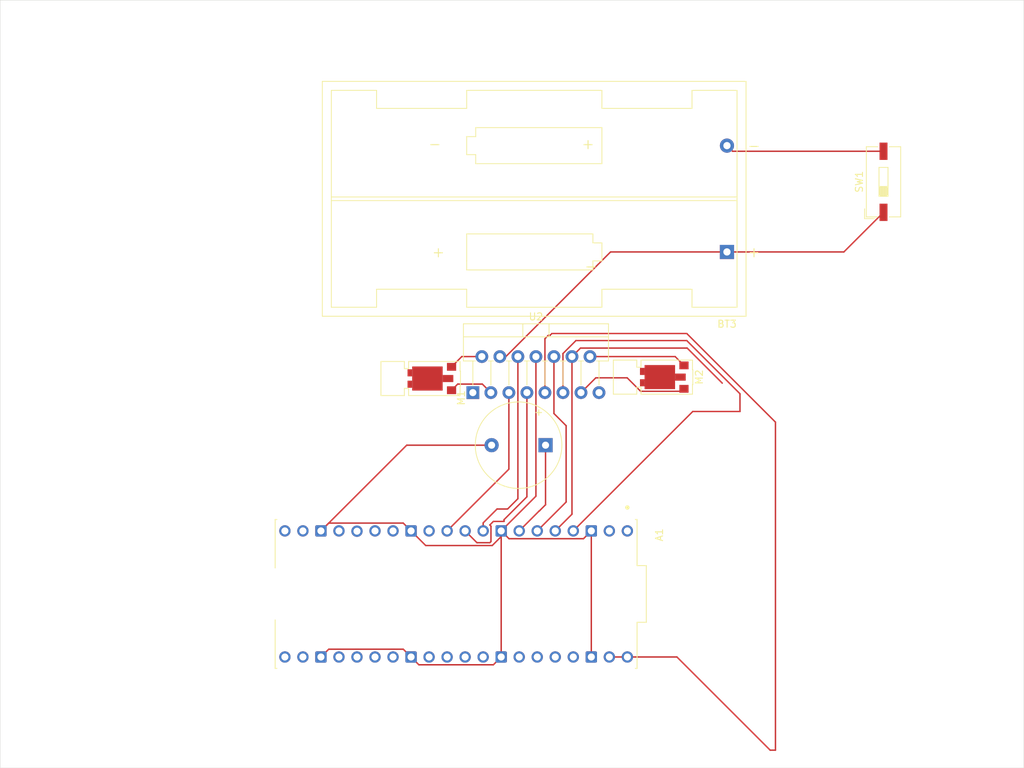
<source format=kicad_pcb>
(kicad_pcb (version 20240108) (generator "pcbnew") (generator_version "8.0")
  (layers (0 "F.Cu" signal) (31 "B.Cu" signal) (34 "B.Paste" user) (35 "F.Paste" user) (36 "B.SilkS" user "B.Silkscreen") (37 "F.SilkS" user "F.Silkscreen") (38 "B.Mask" user) (39 "F.Mask" user) (44 "Edge.Cuts" user))
  (net 0 "")
  (net 1 "GND")
  (net 2 "Net-(A1-VSYS)")
  (net 3 "Net-(A1-GP8)")
  (net 6 "Net-(A1-GP2)")
  (net 9 "Net-(A1-GP7)")
  (net 19 "Net-(A1-GP6)")
  (net 22 "Net-(A1-GP5)")
  (net 26 "Net-(A1-GP4)")
  (net 30 "Net-(A1-GP3)")
  (net 34 "Net-(M1-+)")
  (net 35 "Net-(M1--)")
  (net 36 "Net-(M2--)")
  (net 37 "Net-(M2-+)")
  (net 40 "Net-(BT3-+)")
  (net 41 "Net-(BT3--)")
  (footprint "Package_TO_SOT_THT:TO-220-15_P2.54x2.54mm_StaggerOdd_Lead4.58mm_Vertical" (layer "F.Cu") (at 89.855 73.085)
    (property "Reference" "U2" (at 8.89 -10.7 360) (layer "F.SilkS"))
    (property "Value" "L298N")
    (fp_line (start -1.33 -9.7) (end -1.33 -4.459) (stroke (width 0.12)) (layer "F.SilkS"))
    (fp_line (start -1.33 -9.7) (end 19.11 -9.7) (stroke (width 0.12)) (layer "F.SilkS"))
    (fp_line (start -1.33 -7.86) (end 19.11 -7.86) (stroke (width 0.12)) (layer "F.SilkS"))
    (fp_line (start -1.33 -4.459) (end 0.346 -4.459) (stroke (width 0.12)) (layer "F.SilkS"))
    (fp_line (start 0 -4.459) (end 0 -1.05) (stroke (width 0.12)) (layer "F.SilkS"))
    (fp_line (start 2.195 -4.459) (end 2.886 -4.459) (stroke (width 0.12)) (layer "F.SilkS"))
    (fp_line (start 2.54 -4.459) (end 2.54 -1.065) (stroke (width 0.12)) (layer "F.SilkS"))
    (fp_line (start 4.735 -4.459) (end 5.426 -4.459) (stroke (width 0.12)) (layer "F.SilkS"))
    (fp_line (start 5.08 -4.459) (end 5.08 -1.065) (stroke (width 0.12)) (layer "F.SilkS"))
    (fp_line (start 7.041 -9.7) (end 7.041 -7.86) (stroke (width 0.12)) (layer "F.SilkS"))
    (fp_line (start 7.275 -4.459) (end 7.966 -4.459) (stroke (width 0.12)) (layer "F.SilkS"))
    (fp_line (start 7.62 -4.459) (end 7.62 -1.065) (stroke (width 0.12)) (layer "F.SilkS"))
    (fp_line (start 9.815 -4.459) (end 10.506 -4.459) (stroke (width 0.12)) (layer "F.SilkS"))
    (fp_line (start 10.16 -4.459) (end 10.16 -1.065) (stroke (width 0.12)) (layer "F.SilkS"))
    (fp_line (start 10.74 -9.7) (end 10.74 -7.86) (stroke (width 0.12)) (layer "F.SilkS"))
    (fp_line (start 12.355 -4.459) (end 13.046 -4.459) (stroke (width 0.12)) (layer "F.SilkS"))
    (fp_line (start 12.7 -4.459) (end 12.7 -1.065) (stroke (width 0.12)) (layer "F.SilkS"))
    (fp_line (start 14.895 -4.459) (end 15.586 -4.459) (stroke (width 0.12)) (layer "F.SilkS"))
    (fp_line (start 15.24 -4.459) (end 15.24 -1.065) (stroke (width 0.12)) (layer "F.SilkS"))
    (fp_line (start 17.435 -4.459) (end 19.11 -4.459) (stroke (width 0.12)) (layer "F.SilkS"))
    (fp_line (start 17.78 -4.459) (end 17.78 -1.065) (stroke (width 0.12)) (layer "F.SilkS"))
    (fp_line (start 19.11 -9.7) (end 19.11 -4.459) (stroke (width 0.12)) (layer "F.SilkS"))
    (pad "1" thru_hole rect (at 0 0) (size 1.8 1.8) (drill 1) (layers "*.Cu" "*.Mask"))
    (pad "2" thru_hole oval (at 1.27 -5.08) (size 1.8 1.8) (drill 1) (layers "*.Cu" "*.Mask") (net 34 "Net-(M1-+)"))
    (pad "3" thru_hole oval (at 2.54 0) (size 1.8 1.8) (drill 1) (layers "*.Cu" "*.Mask") (net 35 "Net-(M1--)"))
    (pad "4" thru_hole oval (at 3.81 -5.08) (size 1.8 1.8) (drill 1) (layers "*.Cu" "*.Mask") (net 40 "Net-(BT3-+)"))
    (pad "5" thru_hole oval (at 5.08 0) (size 1.8 1.8) (drill 1) (layers "*.Cu" "*.Mask") (net 3 "Net-(A1-GP8)"))
    (pad "6" thru_hole oval (at 6.35 -5.08) (size 1.8 1.8) (drill 1) (layers "*.Cu" "*.Mask") (net 19 "Net-(A1-GP6)"))
    (pad "7" thru_hole oval (at 7.62 0) (size 1.8 1.8) (drill 1) (layers "*.Cu" "*.Mask") (net 9 "Net-(A1-GP7)"))
    (pad "8" thru_hole oval (at 8.89 -5.08) (size 1.8 1.8) (drill 1) (layers "*.Cu" "*.Mask") (net 1 "GND"))
    (pad "9" thru_hole oval (at 10.16 0) (size 1.8 1.8) (drill 1) (layers "*.Cu" "*.Mask") (net 2 "Net-(A1-VSYS)"))
    (pad "10" thru_hole oval (at 11.43 -5.08) (size 1.8 1.8) (drill 1) (layers "*.Cu" "*.Mask") (net 26 "Net-(A1-GP4)"))
    (pad "11" thru_hole oval (at 12.7 0) (size 1.8 1.8) (drill 1) (layers "*.Cu" "*.Mask") (net 6 "Net-(A1-GP2)"))
    (pad "12" thru_hole oval (at 13.97 -5.08) (size 1.8 1.8) (drill 1) (layers "*.Cu" "*.Mask") (net 30 "Net-(A1-GP3)"))
    (pad "13" thru_hole oval (at 15.24 0) (size 1.8 1.8) (drill 1) (layers "*.Cu" "*.Mask") (net 36 "Net-(M2--)"))
    (pad "14" thru_hole oval (at 16.51 -5.08) (size 1.8 1.8) (drill 1) (layers "*.Cu" "*.Mask") (net 37 "Net-(M2-+)"))
    (pad "15" thru_hole oval (at 17.78 0) (size 1.8 1.8) (drill 1) (layers "*.Cu" "*.Mask"))
  )
  (footprint "Motors:Vybronics_VZ30C1T8219732L" (layer "F.Cu") (at 82.505 71.1 -90)
    (property "Reference" "M1" (at 2.735 -5.72 90) (layer "F.SilkS"))
    (property "Value" "Motor_DC")
    (fp_line (start -2.4 5.6) (end -2.4 2.3) (stroke (width 0.12)) (layer "F.SilkS"))
    (fp_line (start 2.4 5.6) (end -2.4 5.6) (stroke (width 0.12)) (layer "F.SilkS"))
    (fp_line (start -2.4 2.3) (end -1.4 2.3) (stroke (width 0.12)) (layer "F.SilkS"))
    (fp_line (start -1.4 2.3) (end -1.4 1.7) (stroke (width 0.12)) (layer "F.SilkS"))
    (fp_line (start 1.4 2.3) (end 2.4 2.3) (stroke (width 0.12)) (layer "F.SilkS"))
    (fp_line (start 2.4 2.3) (end 2.4 5.6) (stroke (width 0.12)) (layer "F.SilkS"))
    (fp_line (start -2.4 1.7) (end -2.4 -5.2) (stroke (width 0.12)) (layer "F.SilkS"))
    (fp_line (start -1.4 1.7) (end -2.4 1.7) (stroke (width 0.12)) (layer "F.SilkS"))
    (fp_line (start 1.4 1.7) (end 1.4 2.3) (stroke (width 0.12)) (layer "F.SilkS"))
    (fp_line (start 2.4 1.7) (end 1.4 1.7) (stroke (width 0.12)) (layer "F.SilkS"))
    (fp_line (start -2.4 -5.2) (end -2.4 -5.55) (stroke (width 0.12)) (layer "F.SilkS"))
    (fp_line (start 2.4 -5.2) (end 2.4 1.7) (stroke (width 0.12)) (layer "F.SilkS"))
    (fp_line (start -2.4 -5.55) (end -1.05 -5.55) (stroke (width 0.12)) (layer "F.SilkS"))
    (fp_line (start -1.05 -5.55) (end -1.05 -5.6) (stroke (width 0.12)) (layer "F.SilkS"))
    (fp_line (start 1.05 -5.55) (end 2.4 -5.55) (stroke (width 0.12)) (layer "F.SilkS"))
    (fp_line (start 2.4 -5.55) (end 2.4 -5.2) (stroke (width 0.12)) (layer "F.SilkS"))
    (fp_line (start -1.05 -5.6) (end 1.05 -5.6) (stroke (width 0.12)) (layer "F.SilkS"))
    (fp_line (start 1.05 -5.6) (end 1.05 -5.55) (stroke (width 0.12)) (layer "F.SilkS"))
    (pad "1" smd rect (at -1.65 -4.35 180) (size 1.3 1.1) (layers "F.Cu" "F.Paste" "F.Mask") (net 34 "Net-(M1-+)"))
    (pad "2" smd rect (at 1.65 -4.35 180) (size 1.3 1.1) (layers "F.Cu" "F.Paste" "F.Mask") (net 35 "Net-(M1--)"))
    (pad "SH" smd rect (at -0.8 1.525 270) (size 1 0.65) (layers "F.Cu" "F.Paste" "F.Mask"))
    (pad "SH" smd rect (at 0 -3.85 180) (size 1.5 1) (layers "F.Cu" "F.Paste" "F.Mask"))
    (pad "SH" smd rect (at 0 -0.95 180) (size 4.3 3.4) (layers "F.Cu" "F.Mask"))
    (pad "SH" smd rect (at 0.8 1.525 270) (size 1 0.65) (layers "F.Cu" "F.Paste" "F.Mask"))
  )
  (footprint "Buzzer_Beeper:Buzzer_12x9.5RM7.6" (layer "F.Cu") (at 100.1 80.5 180)
    (property "Reference" "BZ1" (hide yes))
    (property "Value" "Buzzer")
    (fp_circle (center 3.8 0) (end 9.9 0) (stroke (width 0.12)) (fill none) (layer "F.SilkS"))
    (fp_text user "+" (at 0.95 4.68 180) (layer "F.SilkS"))
    (pad "1" thru_hole rect (at 0 0 180) (size 2 2) (drill 1) (layers "*.Cu" "*.Mask") (net 22 "Net-(A1-GP5)"))
    (pad "2" thru_hole circle (at 7.6 0 180) (size 2 2) (drill 1) (layers "*.Cu" "*.Mask") (net 1 "GND"))
  )
  (footprint "Motors:Vybronics_VZ30C1T8219732L" (layer "F.Cu") (at 115.255 70.9 -90)
    (property "Reference" "M2" (at 0 -6.5 90) (layer "F.SilkS"))
    (property "Value" "Motor_DC")
    (fp_line (start -2.4 5.6) (end -2.4 2.3) (stroke (width 0.12)) (layer "F.SilkS"))
    (fp_line (start 2.4 5.6) (end -2.4 5.6) (stroke (width 0.12)) (layer "F.SilkS"))
    (fp_line (start -2.4 2.3) (end -1.4 2.3) (stroke (width 0.12)) (layer "F.SilkS"))
    (fp_line (start -1.4 2.3) (end -1.4 1.7) (stroke (width 0.12)) (layer "F.SilkS"))
    (fp_line (start 1.4 2.3) (end 2.4 2.3) (stroke (width 0.12)) (layer "F.SilkS"))
    (fp_line (start 2.4 2.3) (end 2.4 5.6) (stroke (width 0.12)) (layer "F.SilkS"))
    (fp_line (start -2.4 1.7) (end -2.4 -5.2) (stroke (width 0.12)) (layer "F.SilkS"))
    (fp_line (start -1.4 1.7) (end -2.4 1.7) (stroke (width 0.12)) (layer "F.SilkS"))
    (fp_line (start 1.4 1.7) (end 1.4 2.3) (stroke (width 0.12)) (layer "F.SilkS"))
    (fp_line (start 2.4 1.7) (end 1.4 1.7) (stroke (width 0.12)) (layer "F.SilkS"))
    (fp_line (start -2.4 -5.2) (end -2.4 -5.55) (stroke (width 0.12)) (layer "F.SilkS"))
    (fp_line (start 2.4 -5.2) (end 2.4 1.7) (stroke (width 0.12)) (layer "F.SilkS"))
    (fp_line (start -2.4 -5.55) (end -1.05 -5.55) (stroke (width 0.12)) (layer "F.SilkS"))
    (fp_line (start -1.05 -5.55) (end -1.05 -5.6) (stroke (width 0.12)) (layer "F.SilkS"))
    (fp_line (start 1.05 -5.55) (end 2.4 -5.55) (stroke (width 0.12)) (layer "F.SilkS"))
    (fp_line (start 2.4 -5.55) (end 2.4 -5.2) (stroke (width 0.12)) (layer "F.SilkS"))
    (fp_line (start -1.05 -5.6) (end 1.05 -5.6) (stroke (width 0.12)) (layer "F.SilkS"))
    (fp_line (start 1.05 -5.6) (end 1.05 -5.55) (stroke (width 0.12)) (layer "F.SilkS"))
    (pad "1" smd rect (at -1.65 -4.35 180) (size 1.3 1.1) (layers "F.Cu" "F.Paste" "F.Mask") (net 37 "Net-(M2-+)"))
    (pad "2" smd rect (at 1.65 -4.35 180) (size 1.3 1.1) (layers "F.Cu" "F.Paste" "F.Mask") (net 36 "Net-(M2--)"))
    (pad "SH" smd rect (at -0.8 1.525 270) (size 1 0.65) (layers "F.Cu" "F.Paste" "F.Mask"))
    (pad "SH" smd rect (at 0 -3.85 180) (size 1.5 1) (layers "F.Cu" "F.Paste" "F.Mask"))
    (pad "SH" smd rect (at 0 -0.95 180) (size 4.3 3.4) (layers "F.Cu" "F.Mask"))
    (pad "SH" smd rect (at 0.8 1.525 270) (size 1 0.65) (layers "F.Cu" "F.Paste" "F.Mask"))
  )
  (footprint "Battery:BatteryHolder_Keystone_2462_2xAA" (layer "F.Cu") (at 125.665 53.25 180)
    (property "Reference" "BT3" (at 0 -10.16 180) (layer "F.SilkS"))
    (property "Value" "Battery")
    (fp_line (start 57.02 24.055) (end 57.02 -9.065) (stroke (width 0.12)) (layer "F.SilkS"))
    (fp_line (start 57.02 -9.065) (end -2.69 -9.065) (stroke (width 0.12)) (layer "F.SilkS"))
    (fp_line (start 55.75 22.785) (end 49.375 22.785) (stroke (width 0.12)) (layer "F.SilkS"))
    (fp_line (start 55.75 7.749) (end -1.42 7.749) (stroke (width 0.12)) (layer "F.SilkS"))
    (fp_line (start 55.75 -7.795) (end 55.75 22.785) (stroke (width 0.12)) (layer "F.SilkS"))
    (fp_line (start 55.75 -7.795) (end 49.375 -7.795) (stroke (width 0.12)) (layer "F.SilkS"))
    (fp_line (start 49.375 22.785) (end 49.375 20.245) (stroke (width 0.12)) (layer "F.SilkS"))
    (fp_line (start 49.375 20.245) (end 36.675 20.245) (stroke (width 0.12)) (layer "F.SilkS"))
    (fp_line (start 49.375 -5.255) (end 36.675 -5.255) (stroke (width 0.12)) (layer "F.SilkS"))
    (fp_line (start 49.375 -7.795) (end 49.375 -5.255) (stroke (width 0.12)) (layer "F.SilkS"))
    (fp_line (start 36.675 22.785) (end 36.675 20.245) (stroke (width 0.12)) (layer "F.SilkS"))
    (fp_line (start 36.675 16.26) (end 35.405 16.26) (stroke (width 0.12)) (layer "F.SilkS"))
    (fp_line (start 36.675 13.72) (end 36.675 16.26) (stroke (width 0.12)) (layer "F.SilkS"))
    (fp_line (start 36.675 2.54) (end 18.895 2.54) (stroke (width 0.12)) (layer "F.SilkS"))
    (fp_line (start 36.675 -1.27) (end 36.675 2.54) (stroke (width 0.12)) (layer "F.SilkS"))
    (fp_line (start 36.675 -2.54) (end 36.675 -1.27) (stroke (width 0.12)) (layer "F.SilkS"))
    (fp_line (start 36.675 -5.255) (end 36.675 -7.795) (stroke (width 0.12)) (layer "F.SilkS"))
    (fp_line (start 36.675 -7.795) (end 17.625 -7.795) (stroke (width 0.12)) (layer "F.SilkS"))
    (fp_line (start 35.405 17.53) (end 17.625 17.53) (stroke (width 0.12)) (layer "F.SilkS"))
    (fp_line (start 35.405 16.26) (end 35.405 17.53) (stroke (width 0.12)) (layer "F.SilkS"))
    (fp_line (start 35.405 13.72) (end 36.675 13.72) (stroke (width 0.12)) (layer "F.SilkS"))
    (fp_line (start 35.405 12.45) (end 35.405 13.72) (stroke (width 0.12)) (layer "F.SilkS"))
    (fp_line (start 18.895 2.54) (end 18.895 1.27) (stroke (width 0.12)) (layer "F.SilkS"))
    (fp_line (start 18.895 1.27) (end 17.625 1.27) (stroke (width 0.12)) (layer "F.SilkS"))
    (fp_line (start 18.895 -1.27) (end 18.895 -2.54) (stroke (width 0.12)) (layer "F.SilkS"))
    (fp_line (start 18.895 -2.54) (end 36.675 -2.54) (stroke (width 0.12)) (layer "F.SilkS"))
    (fp_line (start 17.625 22.785) (end 36.675 22.785) (stroke (width 0.12)) (layer "F.SilkS"))
    (fp_line (start 17.625 20.245) (end 17.625 22.785) (stroke (width 0.12)) (layer "F.SilkS"))
    (fp_line (start 17.625 17.53) (end 17.625 12.45) (stroke (width 0.12)) (layer "F.SilkS"))
    (fp_line (start 17.625 12.45) (end 35.405 12.45) (stroke (width 0.12)) (layer "F.SilkS"))
    (fp_line (start 17.625 1.27) (end 17.625 -1.27) (stroke (width 0.12)) (layer "F.SilkS"))
    (fp_line (start 17.625 -1.27) (end 18.895 -1.27) (stroke (width 0.12)) (layer "F.SilkS"))
    (fp_line (start 17.625 -7.795) (end 17.625 -5.255) (stroke (width 0.12)) (layer "F.SilkS"))
    (fp_line (start 4.925 22.785) (end 4.925 20.245) (stroke (width 0.12)) (layer "F.SilkS"))
    (fp_line (start 4.925 20.245) (end 17.625 20.245) (stroke (width 0.12)) (layer "F.SilkS"))
    (fp_line (start 4.925 -5.255) (end 17.625 -5.255) (stroke (width 0.12)) (layer "F.SilkS"))
    (fp_line (start 4.925 -5.255) (end 4.925 -7.795) (stroke (width 0.12)) (layer "F.SilkS"))
    (fp_line (start 4.925 -7.795) (end -1.42 -7.795) (stroke (width 0.12)) (layer "F.SilkS"))
    (fp_line (start -1.42 22.785) (end 4.925 22.785) (stroke (width 0.12)) (layer "F.SilkS"))
    (fp_line (start -1.42 7.241) (end 55.75 7.241) (stroke (width 0.12)) (layer "F.SilkS"))
    (fp_line (start -1.42 -7.795) (end -1.42 22.785) (stroke (width 0.12)) (layer "F.SilkS"))
    (fp_line (start -2.69 24.055) (end 57.02 24.055) (stroke (width 0.12)) (layer "F.SilkS"))
    (fp_line (start -2.69 -9.065) (end -2.69 24.055) (stroke (width 0.12)) (layer "F.SilkS"))
    (fp_text user "-" (at 41.165 15.245 180) (layer "F.SilkS") (effects (font (size 1.5 1.5))))
    (fp_text user "-" (at 19.165 -2.005 180) (layer "F.SilkS") (effects (font (size 1.5 1.5))))
    (fp_text user "+" (at 40.665 -0.005 180) (layer "F.SilkS") (effects (font (size 1.5 1.5))))
    (fp_text user "-" (at -3.81 14.99 180) (layer "F.SilkS") (effects (font (size 1.5 1.5))))
    (fp_text user "+" (at -3.81 0 180) (layer "F.SilkS") (effects (font (size 1.5 1.5))))
    (fp_text user "+" (at 19.575 15.245 180) (layer "F.SilkS") (effects (font (size 1.5 1.5))))
    (pad "" np_thru_hole circle (at 27.165 0 180) (size 3.3 3.3) (drill 3.3) (layers "*.Cu" "*.Mask"))
    (pad "" np_thru_hole circle (at 27.165 14.99 180) (size 3.3 3.3) (drill 3.3) (layers "*.Cu" "*.Mask"))
    (pad "1" thru_hole rect (at 0 0 180) (size 2 2) (drill 1.02) (layers "*.Cu" "*.Mask") (net 40 "Net-(BT3-+)"))
    (pad "2" thru_hole circle (at 0 14.99 180) (size 2 2) (drill 1.02) (layers "*.Cu" "*.Mask") (net 41 "Net-(BT3--)"))
  )
  (footprint "Button_Switch_SMD:SW_DIP_SPSTx01_Slide_9.78x4.72mm_W8.61mm_P2.54mm" (layer "F.Cu") (at 147.725 43.36 90)
    (property "Reference" "SW1" (at 0 -3.42 -90) (layer "F.SilkS"))
    (property "Value" "SW_SPST")
    (fp_line (start -5.19 -2.66) (end -3.806 -2.66) (stroke (width 0.12)) (layer "F.SilkS"))
    (fp_line (start -5.19 -2.66) (end -5.19 -1.277) (stroke (width 0.12)) (layer "F.SilkS"))
    (fp_line (start 4.95 -2.42) (end 4.95 -0.8) (stroke (width 0.12)) (layer "F.SilkS"))
    (fp_line (start -4.95 -2.42) (end 4.95 -2.42) (stroke (width 0.12)) (layer "F.SilkS"))
    (fp_line (start -4.95 -2.42) (end -4.95 -0.8) (stroke (width 0.12)) (layer "F.SilkS"))
    (fp_line (start 2.03 -0.635) (end -2.03 -0.635) (stroke (width 0.12)) (layer "F.SilkS"))
    (fp_line (start -0.676667 -0.635) (end -0.676667 0.635) (stroke (width 0.12)) (layer "F.SilkS"))
    (fp_line (start -2.03 -0.635) (end -2.03 0.635) (stroke (width 0.12)) (layer "F.SilkS"))
    (fp_line (start -2.03 -0.515) (end -0.676667 -0.515) (stroke (width 0.12)) (layer "F.SilkS"))
    (fp_line (start -2.03 -0.395) (end -0.676667 -0.395) (stroke (width 0.12)) (layer "F.SilkS"))
    (fp_line (start -2.03 -0.275) (end -0.676667 -0.275) (stroke (width 0.12)) (layer "F.SilkS"))
    (fp_line (start -2.03 -0.155) (end -0.676667 -0.155) (stroke (width 0.12)) (layer "F.SilkS"))
    (fp_line (start -2.03 -0.035) (end -0.676667 -0.035) (stroke (width 0.12)) (layer "F.SilkS"))
    (fp_line (start -2.03 0.085) (end -0.676667 0.085) (stroke (width 0.12)) (layer "F.SilkS"))
    (fp_line (start -2.03 0.205) (end -0.676667 0.205) (stroke (width 0.12)) (layer "F.SilkS"))
    (fp_line (start -2.03 0.325) (end -0.676667 0.325) (stroke (width 0.12)) (layer "F.SilkS"))
    (fp_line (start -2.03 0.445) (end -0.676667 0.445) (stroke (width 0.12)) (layer "F.SilkS"))
    (fp_line (start -2.03 0.565) (end -0.676667 0.565) (stroke (width 0.12)) (layer "F.SilkS"))
    (fp_line (start 2.03 0.635) (end 2.03 -0.635) (stroke (width 0.12)) (layer "F.SilkS"))
    (fp_line (start -2.03 0.635) (end 2.03 0.635) (stroke (width 0.12)) (layer "F.SilkS"))
    (fp_line (start 4.95 0.8) (end 4.95 2.42) (stroke (width 0.12)) (layer "F.SilkS"))
    (fp_line (start -4.95 0.8) (end -4.95 2.42) (stroke (width 0.12)) (layer "F.SilkS"))
    (fp_line (start -4.95 2.42) (end 4.95 2.42) (stroke (width 0.12)) (layer "F.SilkS"))
    (pad "1" smd rect (at -4.305 0 90) (size 2.44 1.12) (layers "F.Cu" "F.Paste" "F.Mask") (net 40 "Net-(BT3-+)"))
    (pad "2" smd rect (at 4.305 0 90) (size 2.44 1.12) (layers "F.Cu" "F.Paste" "F.Mask") (net 41 "Net-(BT3--)"))
  )
  (footprint "Pico_w:MODULE_SC0918" (layer "F.Cu") (at 87.5 101.475 -90)
    (property "Reference" "A1" (at -8.325 -28.635 90) (layer "F.SilkS"))
    (property "Value" "SC0918")
    (fp_line (start -10.5 25.5) (end -10.5 25.25) (stroke (width 0.127)) (layer "F.SilkS"))
    (fp_line (start -3.66 25.5) (end -10.5 25.5) (stroke (width 0.127)) (layer "F.SilkS"))
    (fp_line (start 10.5 25.5) (end 3.66 25.5) (stroke (width 0.127)) (layer "F.SilkS"))
    (fp_line (start 10.5 25.5) (end 10.5 25.25) (stroke (width 0.127)) (layer "F.SilkS"))
    (fp_line (start -10.5 -25.25) (end -10.5 -25.5) (stroke (width 0.127)) (layer "F.SilkS"))
    (fp_line (start -10.5 -25.5) (end -4 -25.5) (stroke (width 0.127)) (layer "F.SilkS"))
    (fp_line (start -4 -25.5) (end -4 -26.8) (stroke (width 0.127)) (layer "F.SilkS"))
    (fp_line (start 4 -25.5) (end 10.5 -25.5) (stroke (width 0.127)) (layer "F.SilkS"))
    (fp_line (start 10.5 -25.5) (end 10.5 -25.25) (stroke (width 0.127)) (layer "F.SilkS"))
    (fp_line (start -4 -26.8) (end 4 -26.8) (stroke (width 0.127)) (layer "F.SilkS"))
    (fp_line (start 4 -26.8) (end 4 -25.5) (stroke (width 0.127)) (layer "F.SilkS"))
    (fp_circle (center -12.19 -24.13) (end -11.99 -24.13) (stroke (width 0.2)) (fill solid) (layer "F.SilkS"))
    (pad "1" thru_hole circle (at -8.89 -24.13 270) (size 1.6 1.6) (drill 1) (layers "*.Cu" "*.Mask"))
    (pad "2" thru_hole circle (at -8.89 -21.59 270) (size 1.6 1.6) (drill 1) (layers "*.Cu" "*.Mask"))
    (pad "3" thru_hole roundrect (at -8.89 -19.05 270) (size 1.6 1.6) (drill 1) (layers "*.Cu" "*.Mask") (roundrect_rratio 0.125) (net 1 "GND"))
    (pad "4" thru_hole circle (at -8.89 -16.51 270) (size 1.6 1.6) (drill 1) (layers "*.Cu" "*.Mask") (net 6 "Net-(A1-GP2)"))
    (pad "5" thru_hole circle (at -8.89 -13.97 270) (size 1.6 1.6) (drill 1) (layers "*.Cu" "*.Mask") (net 30 "Net-(A1-GP3)"))
    (pad "6" thru_hole circle (at -8.89 -11.43 270) (size 1.6 1.6) (drill 1) (layers "*.Cu" "*.Mask") (net 26 "Net-(A1-GP4)"))
    (pad "7" thru_hole circle (at -8.89 -8.89 270) (size 1.6 1.6) (drill 1) (layers "*.Cu" "*.Mask") (net 22 "Net-(A1-GP5)"))
    (pad "8" thru_hole roundrect (at -8.89 -6.35 270) (size 1.6 1.6) (drill 1) (layers "*.Cu" "*.Mask") (roundrect_rratio 0.125) (net 1 "GND"))
    (pad "9" thru_hole circle (at -8.89 -3.81 270) (size 1.6 1.6) (drill 1) (layers "*.Cu" "*.Mask") (net 19 "Net-(A1-GP6)"))
    (pad "10" thru_hole circle (at -8.89 -1.27 270) (size 1.6 1.6) (drill 1) (layers "*.Cu" "*.Mask") (net 9 "Net-(A1-GP7)"))
    (pad "11" thru_hole circle (at -8.89 1.27 270) (size 1.6 1.6) (drill 1) (layers "*.Cu" "*.Mask") (net 3 "Net-(A1-GP8)"))
    (pad "12" thru_hole circle (at -8.89 3.81 270) (size 1.6 1.6) (drill 1) (layers "*.Cu" "*.Mask"))
    (pad "13" thru_hole roundrect (at -8.89 6.35 270) (size 1.6 1.6) (drill 1) (layers "*.Cu" "*.Mask") (roundrect_rratio 0.125) (net 1 "GND"))
    (pad "14" thru_hole circle (at -8.89 8.89 270) (size 1.6 1.6) (drill 1) (layers "*.Cu" "*.Mask"))
    (pad "15" thru_hole circle (at -8.89 11.43 270) (size 1.6 1.6) (drill 1) (layers "*.Cu" "*.Mask"))
    (pad "16" thru_hole circle (at -8.848119 13.97 270) (size 1.6 1.6) (drill 1) (layers "*.Cu" "*.Mask"))
    (pad "17" thru_hole circle (at -8.89 16.51 270) (size 1.6 1.6) (drill 1) (layers "*.Cu" "*.Mask"))
    (pad "18" thru_hole roundrect (at -8.89 19.05 270) (size 1.6 1.6) (drill 1) (layers "*.Cu" "*.Mask") (roundrect_rratio 0.125) (net 1 "GND"))
    (pad "19" thru_hole circle (at -8.89 21.59 270) (size 1.6 1.6) (drill 1) (layers "*.Cu" "*.Mask"))
    (pad "20" thru_hole circle (at -8.89 24.13 270) (size 1.6 1.6) (drill 1) (layers "*.Cu" "*.Mask"))
    (pad "21" thru_hole circle (at 8.89 24.13 270) (size 1.6 1.6) (drill 1) (layers "*.Cu" "*.Mask"))
    (pad "22" thru_hole circle (at 8.89 21.59 270) (size 1.6 1.6) (drill 1) (layers "*.Cu" "*.Mask"))
    (pad "23" thru_hole roundrect (at 8.89 19.05 270) (size 1.6 1.6) (drill 1) (layers "*.Cu" "*.Mask") (roundrect_rratio 0.125) (net 1 "GND"))
    (pad "24" thru_hole circle (at 8.89 16.51 270) (size 1.6 1.6) (drill 1) (layers "*.Cu" "*.Mask"))
    (pad "25" thru_hole circle (at 8.89 13.97 270) (size 1.6 1.6) (drill 1) (layers "*.Cu" "*.Mask"))
    (pad "26" thru_hole circle (at 8.89 11.43 270) (size 1.6 1.6) (drill 1) (layers "*.Cu" "*.Mask"))
    (pad "27" thru_hole circle (at 8.89 8.89 270) (size 1.6 1.6) (drill 1) (layers "*.Cu" "*.Mask"))
    (pad "28" thru_hole roundrect (at 8.89 6.35 270) (size 1.6 1.6) (drill 1) (layers "*.Cu" "*.Mask") (roundrect_rratio 0.125) (net 1 "GND"))
    (pad "29" thru_hole circle (at 8.89 3.81 270) (size 1.6 1.6) (drill 1) (layers "*.Cu" "*.Mask"))
    (pad "30" thru_hole circle (at 8.89 1.27 270) (size 1.6 1.6) (drill 1) (layers "*.Cu" "*.Mask"))
    (pad "31" thru_hole circle (at 8.89 -1.27 270) (size 1.6 1.6) (drill 1) (layers "*.Cu" "*.Mask"))
    (pad "32" thru_hole circle (at 8.89 -3.81 270) (size 1.6 1.6) (drill 1) (layers "*.Cu" "*.Mask"))
    (pad "33" thru_hole roundrect (at 8.89 -6.35 270) (size 1.6 1.6) (drill 1) (layers "*.Cu" "*.Mask") (roundrect_rratio 0.125) (net 1 "GND"))
    (pad "34" thru_hole circle (at 8.89 -8.89 270) (size 1.6 1.6) (drill 1) (layers "*.Cu" "*.Mask"))
    (pad "35" thru_hole circle (at 8.89 -11.43 270) (size 1.6 1.6) (drill 1) (layers "*.Cu" "*.Mask"))
    (pad "36" thru_hole circle (at 8.89 -13.97 270) (size 1.6 1.6) (drill 1) (layers "*.Cu" "*.Mask"))
    (pad "37" thru_hole circle (at 8.89 -16.51 270) (size 1.6 1.6) (drill 1) (layers "*.Cu" "*.Mask"))
    (pad "38" thru_hole roundrect (at 8.89 -19.05 270) (size 1.6 1.6) (drill 1) (layers "*.Cu" "*.Mask") (roundrect_rratio 0.125) (net 1 "GND"))
    (pad "39" thru_hole circle (at 8.89 -21.59 270) (size 1.6 1.6) (drill 1) (layers "*.Cu" "*.Mask") (net 2 "Net-(A1-VSYS)"))
    (pad "40" thru_hole circle (at 8.89 -24.13 270) (size 1.6 1.6) (drill 1) (layers "*.Cu" "*.Mask"))
  )
  (gr_rect (start 23.25 17.75) (end 167.5 126) (stroke (width 0.05)) (fill none) (layer "Edge.Cuts"))
  (segment (start 105.45 93.685) (end 106.55 92.585) (width 0.2) (layer "F.Cu") (net 1))
  (segment (start 93.85 92.585) (end 93.85 93.385) (width 0.2) (layer "F.Cu") (net 1))
  (segment (start 93.85 92.585) (end 94.95 93.685) (width 0.2) (layer "F.Cu") (net 1))
  (segment (start 94.95 93.685) (end 105.45 93.685) (width 0.2) (layer "F.Cu") (net 1))
  (segment (start 92.585 94.65) (end 83.215 94.65) (width 0.2) (layer "F.Cu") (net 1))
  (segment (start 81.15 110.365) (end 82.25 111.465) (width 0.2) (layer "F.Cu") (net 1))
  (segment (start 68.45 110.365) (end 69.55 109.265) (width 0.2) (layer "F.Cu") (net 1))
  (segment (start 92.75 111.465) (end 93.85 110.365) (width 0.2) (layer "F.Cu") (net 1))
  (segment (start 98.745 87.69) (end 93.85 92.585) (width 0.2) (layer "F.Cu") (net 1))
  (segment (start 93.85 92.585) (end 93.85 110.365) (width 0.2) (layer "F.Cu") (net 1))
  (segment (start 93.85 93.385) (end 92.585 94.65) (width 0.2) (layer "F.Cu") (net 1))
  (segment (start 82.25 111.465) (end 92.75 111.465) (width 0.2) (layer "F.Cu") (net 1))
  (segment (start 69.55 91.485) (end 80.05 91.485) (width 0.2) (layer "F.Cu") (net 1))
  (segment (start 92.5 80.5) (end 80.535 80.5) (width 0.2) (layer "F.Cu") (net 1))
  (segment (start 98.745 68.005) (end 98.745 87.69) (width 0.2) (layer "F.Cu") (net 1))
  (segment (start 80.535 80.5) (end 68.45 92.585) (width 0.2) (layer "F.Cu") (net 1))
  (segment (start 80.05 91.485) (end 81.15 92.585) (width 0.2) (layer "F.Cu") (net 1))
  (segment (start 83.215 94.65) (end 81.15 92.585) (width 0.2) (layer "F.Cu") (net 1))
  (segment (start 106.55 110.365) (end 106.55 92.585) (width 0.2) (layer "F.Cu") (net 1))
  (segment (start 80.05 109.265) (end 81.15 110.365) (width 0.2) (layer "F.Cu") (net 1))
  (segment (start 69.55 109.265) (end 80.05 109.265) (width 0.2) (layer "F.Cu") (net 1))
  (segment (start 68.45 92.585) (end 69.55 91.485) (width 0.2) (layer "F.Cu") (net 1))
  (segment (start 100.75 65) (end 101 64.75) (width 0.2) (layer "F.Cu") (net 2))
  (segment (start 101 64.75) (end 120 64.75) (width 0.2) (layer "F.Cu") (net 2))
  (segment (start 132.5 123.5) (end 131.75 123.5) (width 0.2) (layer "F.Cu") (net 2))
  (segment (start 100.015 65.485) (end 100.5 65) (width 0.2) (layer "F.Cu") (net 2))
  (segment (start 100.5 65) (end 100.75 65) (width 0.2) (layer "F.Cu") (net 2))
  (segment (start 100.015 73.085) (end 100.015 65.485) (width 0.2) (layer "F.Cu") (net 2))
  (segment (start 120 64.75) (end 132.5 77.25) (width 0.2) (layer "F.Cu") (net 2))
  (segment (start 132.5 77.25) (end 132.5 123.5) (width 0.2) (layer "F.Cu") (net 2))
  (segment (start 118.615 110.365) (end 109.09 110.365) (width 0.2) (layer "F.Cu") (net 2))
  (segment (start 131.75 123.5) (end 118.615 110.365) (width 0.2) (layer "F.Cu") (net 2))
  (segment (start 94.935 83.88) (end 86.23 92.585) (width 0.2) (layer "F.Cu") (net 3))
  (segment (start 94.935 73.085) (end 94.935 83.88) (width 0.2) (layer "F.Cu") (net 3))
  (segment (start 102.555 67.577943) (end 104.382943 65.75) (width 0.2) (layer "F.Cu") (net 6))
  (segment (start 104.382943 65.75) (end 120 65.75) (width 0.2) (layer "F.Cu") (net 6))
  (segment (start 120.845 75.75) (end 104.01 92.585) (width 0.2) (layer "F.Cu") (net 6))
  (segment (start 127.5 75.75) (end 120.845 75.75) (width 0.2) (layer "F.Cu") (net 6))
  (segment (start 120 65.75) (end 127.5 73.25) (width 0.2) (layer "F.Cu") (net 6))
  (segment (start 102.555 73.085) (end 102.555 67.577943) (width 0.2) (layer "F.Cu") (net 6))
  (segment (start 127.5 73.25) (end 127.5 75.75) (width 0.2) (layer "F.Cu") (net 6))
  (segment (start 97.475 87.775) (end 94.25 91) (width 0.2) (layer "F.Cu") (net 9))
  (segment (start 92.25 91.75) (end 92.41 91.91) (width 0.2) (layer "F.Cu") (net 9))
  (segment (start 92.41 94.09) (end 92.25 94.25) (width 0.2) (layer "F.Cu") (net 9))
  (segment (start 92.41 91.91) (end 92.41 94.09) (width 0.2) (layer "F.Cu") (net 9))
  (segment (start 90.435 94.25) (end 88.77 92.585) (width 0.2) (layer "F.Cu") (net 9))
  (segment (start 92.75 91.25) (end 92.25 91.75) (width 0.2) (layer "F.Cu") (net 9))
  (segment (start 97.475 73.085) (end 97.475 87.775) (width 0.2) (layer "F.Cu") (net 9))
  (segment (start 92.25 94.25) (end 90.435 94.25) (width 0.2) (layer "F.Cu") (net 9))
  (segment (start 94.25 91) (end 94.25 91.25) (width 0.2) (layer "F.Cu") (net 9))
  (segment (start 94.25 91.25) (end 92.75 91.25) (width 0.2) (layer "F.Cu") (net 9))
  (segment (start 93.26363 89.5) (end 91.31 91.45363) (width 0.2) (layer "F.Cu") (net 19))
  (segment (start 91.31 91.45363) (end 91.31 92.585) (width 0.2) (layer "F.Cu") (net 19))
  (segment (start 96.205 88.045) (end 94.75 89.5) (width 0.2) (layer "F.Cu") (net 19))
  (segment (start 94.75 89.5) (end 93.26363 89.5) (width 0.2) (layer "F.Cu") (net 19))
  (segment (start 96.205 68.005) (end 96.205 88.045) (width 0.2) (layer "F.Cu") (net 19))
  (segment (start 100.1 80.5) (end 100.1 88.9) (width 0.2) (layer "F.Cu") (net 22))
  (segment (start 99.25 89.75) (end 99.225 89.75) (width 0.2) (layer "F.Cu") (net 22))
  (segment (start 100.1 88.9) (end 99.25 89.75) (width 0.2) (layer "F.Cu") (net 22))
  (segment (start 99.225 89.75) (end 96.39 92.585) (width 0.2) (layer "F.Cu") (net 22))
  (segment (start 103 77.75) (end 103 88.515) (width 0.2) (layer "F.Cu") (net 26))
  (segment (start 101.285 68.005) (end 101.285 76.035) (width 0.2) (layer "F.Cu") (net 26))
  (segment (start 101.285 76.035) (end 103 77.75) (width 0.2) (layer "F.Cu") (net 26))
  (segment (start 103 88.515) (end 98.93 92.585) (width 0.2) (layer "F.Cu") (net 26))
  (segment (start 105.025 66.805) (end 120.055 66.805) (width 0.2) (layer "F.Cu") (net 30))
  (segment (start 103.825 68.005) (end 103.825 90.23) (width 0.2) (layer "F.Cu") (net 30))
  (segment (start 120.055 66.805) (end 125 71.75) (width 0.2) (layer "F.Cu") (net 30))
  (segment (start 103.825 90.23) (end 101.47 92.585) (width 0.2) (layer "F.Cu") (net 30))
  (segment (start 103.825 68.005) (end 105.025 66.805) (width 0.2) (layer "F.Cu") (net 30))
  (segment (start 88.3 68.005) (end 86.855 69.45) (width 0.2) (layer "F.Cu") (net 34))
  (segment (start 91.125 68.005) (end 88.3 68.005) (width 0.2) (layer "F.Cu") (net 34))
  (segment (start 92.395 73.085) (end 91.195 71.885) (width 0.2) (layer "F.Cu") (net 35))
  (segment (start 87.72 71.885) (end 86.855 72.75) (width 0.2) (layer "F.Cu") (net 35))
  (segment (start 91.195 71.885) (end 87.72 71.885) (width 0.2) (layer "F.Cu") (net 35))
  (segment (start 111.605 71) (end 113.505 72.9) (width 0.2) (layer "F.Cu") (net 36))
  (segment (start 105.095 73.085) (end 107.18 71) (width 0.2) (layer "F.Cu") (net 36))
  (segment (start 107.18 71) (end 111.605 71) (width 0.2) (layer "F.Cu") (net 36))
  (segment (start 119.255 72.9) (end 119.605 72.55) (width 0.2) (layer "F.Cu") (net 36))
  (segment (start 113.505 72.9) (end 119.255 72.9) (width 0.2) (layer "F.Cu") (net 36))
  (segment (start 106.365 68.005) (end 118.36 68.005) (width 0.2) (layer "F.Cu") (net 37))
  (segment (start 118.36 68.005) (end 119.605 69.25) (width 0.2) (layer "F.Cu") (net 37))
  (segment (start 94.507943 68.005) (end 109.262943 53.25) (width 0.2) (layer "F.Cu") (net 40))
  (segment (start 125.665 53.25) (end 142.14 53.25) (width 0.2) (layer "F.Cu") (net 40))
  (segment (start 93.665 68.005) (end 94.507943 68.005) (width 0.2) (layer "F.Cu") (net 40))
  (segment (start 109.262943 53.25) (end 125.665 53.25) (width 0.2) (layer "F.Cu") (net 40))
  (segment (start 142.14 53.25) (end 147.725 47.665) (width 0.2) (layer "F.Cu") (net 40))
  (segment (start 147.725 39.055) (end 126.46 39.055) (width 0.2) (layer "F.Cu") (net 41))
  (segment (start 126.46 39.055) (end 125.665 38.26) (width 0.2) (layer "F.Cu") (net 41))
)
</source>
